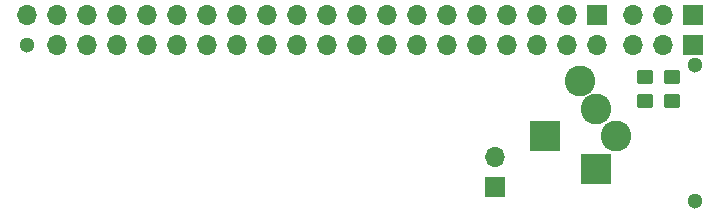
<source format=gbr>
%TF.GenerationSoftware,KiCad,Pcbnew,(6.0.1)*%
%TF.CreationDate,2022-02-13T16:15:42+01:00*%
%TF.ProjectId,PiStackMon_lite,50695374-6163-46b4-9d6f-6e5f6c697465,rev?*%
%TF.SameCoordinates,Original*%
%TF.FileFunction,Soldermask,Bot*%
%TF.FilePolarity,Negative*%
%FSLAX46Y46*%
G04 Gerber Fmt 4.6, Leading zero omitted, Abs format (unit mm)*
G04 Created by KiCad (PCBNEW (6.0.1)) date 2022-02-13 16:15:42*
%MOMM*%
%LPD*%
G01*
G04 APERTURE LIST*
G04 Aperture macros list*
%AMRoundRect*
0 Rectangle with rounded corners*
0 $1 Rounding radius*
0 $2 $3 $4 $5 $6 $7 $8 $9 X,Y pos of 4 corners*
0 Add a 4 corners polygon primitive as box body*
4,1,4,$2,$3,$4,$5,$6,$7,$8,$9,$2,$3,0*
0 Add four circle primitives for the rounded corners*
1,1,$1+$1,$2,$3*
1,1,$1+$1,$4,$5*
1,1,$1+$1,$6,$7*
1,1,$1+$1,$8,$9*
0 Add four rect primitives between the rounded corners*
20,1,$1+$1,$2,$3,$4,$5,0*
20,1,$1+$1,$4,$5,$6,$7,0*
20,1,$1+$1,$6,$7,$8,$9,0*
20,1,$1+$1,$8,$9,$2,$3,0*%
G04 Aperture macros list end*
%ADD10R,1.700000X1.700000*%
%ADD11O,1.700000X1.700000*%
%ADD12R,2.600000X2.600000*%
%ADD13C,2.600000*%
%ADD14C,1.300000*%
%ADD15RoundRect,0.250000X0.450000X-0.350000X0.450000X0.350000X-0.450000X0.350000X-0.450000X-0.350000X0*%
G04 APERTURE END LIST*
D10*
%TO.C,JP1*%
X64250000Y-44775000D03*
D11*
X64250000Y-42235000D03*
%TD*%
D12*
%TO.C,J3*%
X72800000Y-43295000D03*
D13*
X72800000Y-38215000D03*
%TD*%
D10*
%TO.C,J1*%
X81040000Y-30200000D03*
D11*
X78500000Y-30200000D03*
X75960000Y-30200000D03*
%TD*%
D14*
%TO.C,H1*%
X81250000Y-46000000D03*
%TD*%
D10*
%TO.C,J2*%
X81025000Y-32750000D03*
D11*
X78485000Y-32750000D03*
X75945000Y-32750000D03*
%TD*%
D14*
%TO.C,H2*%
X81250000Y-34500000D03*
%TD*%
D12*
%TO.C,J5*%
X68500000Y-40500000D03*
D13*
X74500000Y-40500000D03*
X71500000Y-35800000D03*
%TD*%
D14*
%TO.C,P1*%
X24670000Y-32740000D03*
D10*
X72930000Y-30200000D03*
D11*
X72930000Y-32740000D03*
X70390000Y-30200000D03*
X70390000Y-32740000D03*
X67850000Y-30200000D03*
X67850000Y-32740000D03*
X65310000Y-30200000D03*
X65310000Y-32740000D03*
X62770000Y-30200000D03*
X62770000Y-32740000D03*
X60230000Y-30200000D03*
X60230000Y-32740000D03*
X57690000Y-30200000D03*
X57690000Y-32740000D03*
X55150000Y-30200000D03*
X55150000Y-32740000D03*
X52610000Y-30200000D03*
X52610000Y-32740000D03*
X50070000Y-30200000D03*
X50070000Y-32740000D03*
X47530000Y-30200000D03*
X47530000Y-32740000D03*
X44990000Y-30200000D03*
X44990000Y-32740000D03*
X42450000Y-30200000D03*
X42450000Y-32740000D03*
X39910000Y-30200000D03*
X39910000Y-32740000D03*
X37370000Y-30200000D03*
X37370000Y-32740000D03*
X34830000Y-30200000D03*
X34830000Y-32740000D03*
X32290000Y-30200000D03*
X32290000Y-32740000D03*
X29750000Y-30200000D03*
X29750000Y-32740000D03*
X27210000Y-30200000D03*
X27210000Y-32740000D03*
X24670000Y-30200000D03*
%TD*%
D15*
%TO.C,R1*%
X77000000Y-37500000D03*
X77000000Y-35500000D03*
%TD*%
%TO.C,R4*%
X79250000Y-37500000D03*
X79250000Y-35500000D03*
%TD*%
M02*

</source>
